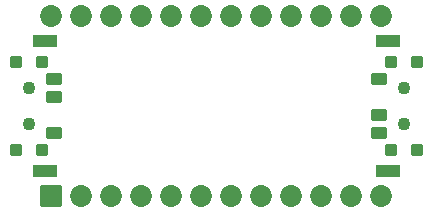
<source format=gbr>
%TF.GenerationSoftware,KiCad,Pcbnew,(6.0.4)*%
%TF.CreationDate,2022-10-25T23:06:37-04:00*%
%TF.ProjectId,battpack,62617474-7061-4636-9b2e-6b696361645f,v1.0.0*%
%TF.SameCoordinates,Original*%
%TF.FileFunction,Soldermask,Bot*%
%TF.FilePolarity,Negative*%
%FSLAX46Y46*%
G04 Gerber Fmt 4.6, Leading zero omitted, Abs format (unit mm)*
G04 Created by KiCad (PCBNEW (6.0.4)) date 2022-10-25 23:06:37*
%MOMM*%
%LPD*%
G01*
G04 APERTURE LIST*
G04 Aperture macros list*
%AMRoundRect*
0 Rectangle with rounded corners*
0 $1 Rounding radius*
0 $2 $3 $4 $5 $6 $7 $8 $9 X,Y pos of 4 corners*
0 Add a 4 corners polygon primitive as box body*
4,1,4,$2,$3,$4,$5,$6,$7,$8,$9,$2,$3,0*
0 Add four circle primitives for the rounded corners*
1,1,$1+$1,$2,$3*
1,1,$1+$1,$4,$5*
1,1,$1+$1,$6,$7*
1,1,$1+$1,$8,$9*
0 Add four rect primitives between the rounded corners*
20,1,$1+$1,$2,$3,$4,$5,0*
20,1,$1+$1,$4,$5,$6,$7,0*
20,1,$1+$1,$6,$7,$8,$9,0*
20,1,$1+$1,$8,$9,$2,$3,0*%
G04 Aperture macros list end*
%ADD10C,1.100000*%
%ADD11RoundRect,0.050000X-0.625000X0.450000X-0.625000X-0.450000X0.625000X-0.450000X0.625000X0.450000X0*%
%ADD12RoundRect,0.050000X-0.450000X0.450000X-0.450000X-0.450000X0.450000X-0.450000X0.450000X0.450000X0*%
%ADD13RoundRect,0.050000X1.000000X0.500000X-1.000000X0.500000X-1.000000X-0.500000X1.000000X-0.500000X0*%
%ADD14RoundRect,0.050000X0.625000X-0.450000X0.625000X0.450000X-0.625000X0.450000X-0.625000X-0.450000X0*%
%ADD15RoundRect,0.050000X0.450000X-0.450000X0.450000X0.450000X-0.450000X0.450000X-0.450000X-0.450000X0*%
%ADD16RoundRect,0.050000X-1.000000X-0.500000X1.000000X-0.500000X1.000000X0.500000X-1.000000X0.500000X0*%
%ADD17RoundRect,0.050000X-0.876300X-0.876300X0.876300X-0.876300X0.876300X0.876300X-0.876300X0.876300X0*%
%ADD18C,1.852600*%
G04 APERTURE END LIST*
D10*
%TO.C,T1*%
X15850000Y-1500000D03*
X15850000Y1500000D03*
%TD*%
%TO.C,T2*%
X-15850000Y1500000D03*
X-15850000Y-1500000D03*
%TD*%
%TO.C,T3*%
X15850000Y-1500000D03*
X15850000Y1500000D03*
D11*
X13775000Y2250000D03*
X13775000Y-750000D03*
X13775000Y-2250000D03*
D12*
X16950000Y-3700000D03*
X14750000Y-3700000D03*
X14750000Y3700000D03*
X16950000Y3700000D03*
%TD*%
D13*
%TO.C,PAD5*%
X14500000Y-5500000D03*
%TD*%
%TO.C,PAD6*%
X14500000Y5500000D03*
%TD*%
D10*
%TO.C,T4*%
X-15850000Y1500000D03*
X-15850000Y-1500000D03*
D14*
X-13775000Y-2250000D03*
X-13775000Y750000D03*
X-13775000Y2250000D03*
D15*
X-16950000Y3700000D03*
X-14750000Y3700000D03*
X-14750000Y-3700000D03*
X-16950000Y-3700000D03*
%TD*%
D16*
%TO.C,PAD7*%
X-14500000Y5500000D03*
%TD*%
%TO.C,PAD8*%
X-14500000Y-5500000D03*
%TD*%
D17*
%TO.C,*%
X-13970000Y-7620000D03*
D18*
X-11430000Y-7620000D03*
X-8890000Y-7620000D03*
X-6350000Y-7620000D03*
X-3810000Y-7620000D03*
X-1270000Y-7620000D03*
X1270000Y-7620000D03*
X3810000Y-7620000D03*
X6350000Y-7620000D03*
X8890000Y-7620000D03*
X11430000Y-7620000D03*
X13970000Y-7620000D03*
X13970000Y7620000D03*
X11430000Y7620000D03*
X8890000Y7620000D03*
X6350000Y7620000D03*
X3810000Y7620000D03*
X1270000Y7620000D03*
X-1270000Y7620000D03*
X-3810000Y7620000D03*
X-6350000Y7620000D03*
X-8890000Y7620000D03*
X-11430000Y7620000D03*
X-13970000Y7620000D03*
%TD*%
M02*

</source>
